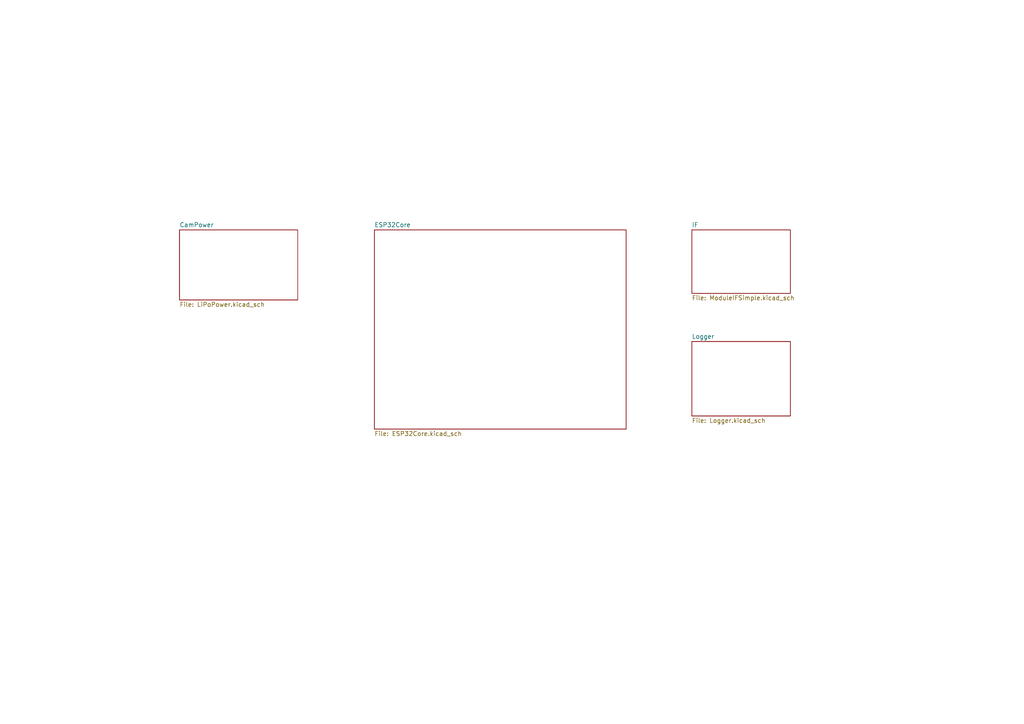
<source format=kicad_sch>
(kicad_sch
	(version 20231120)
	(generator "eeschema")
	(generator_version "8.0")
	(uuid "57773364-f25c-46b7-83c2-7d033b04af1f")
	(paper "A4")
	(lib_symbols)
	(sheet
		(at 200.66 99.06)
		(size 28.575 21.59)
		(fields_autoplaced yes)
		(stroke
			(width 0.1524)
			(type solid)
		)
		(fill
			(color 0 0 0 0.0000)
		)
		(uuid "00fb63e5-246a-4761-9349-f9b9c95314b5")
		(property "Sheetname" "Logger"
			(at 200.66 98.3484 0)
			(effects
				(font
					(size 1.27 1.27)
				)
				(justify left bottom)
			)
		)
		(property "Sheetfile" "Logger.kicad_sch"
			(at 200.66 121.2346 0)
			(effects
				(font
					(size 1.27 1.27)
				)
				(justify left top)
			)
		)
		(instances
			(project "CanSat.CAM"
				(path "/57773364-f25c-46b7-83c2-7d033b04af1f"
					(page "4")
				)
			)
		)
	)
	(sheet
		(at 52.07 66.675)
		(size 34.29 20.32)
		(fields_autoplaced yes)
		(stroke
			(width 0.1524)
			(type solid)
		)
		(fill
			(color 0 0 0 0.0000)
		)
		(uuid "8ee31bb2-db3d-42fe-9779-8fc5ffaecb9b")
		(property "Sheetname" "CamPower"
			(at 52.07 65.9634 0)
			(effects
				(font
					(size 1.27 1.27)
				)
				(justify left bottom)
			)
		)
		(property "Sheetfile" "LiPoPower.kicad_sch"
			(at 52.07 87.5796 0)
			(effects
				(font
					(size 1.27 1.27)
				)
				(justify left top)
			)
		)
		(instances
			(project "CanSat.CAM"
				(path "/57773364-f25c-46b7-83c2-7d033b04af1f"
					(page "5")
				)
			)
		)
	)
	(sheet
		(at 200.66 66.675)
		(size 28.575 18.415)
		(fields_autoplaced yes)
		(stroke
			(width 0.1524)
			(type solid)
		)
		(fill
			(color 0 0 0 0.0000)
		)
		(uuid "94fba69f-14e7-4495-a088-ca24777ae032")
		(property "Sheetname" "IF"
			(at 200.66 65.9634 0)
			(effects
				(font
					(size 1.27 1.27)
				)
				(justify left bottom)
			)
		)
		(property "Sheetfile" "ModuleIFSimple.kicad_sch"
			(at 200.66 85.6746 0)
			(effects
				(font
					(size 1.27 1.27)
				)
				(justify left top)
			)
		)
		(instances
			(project "CanSat.CAM"
				(path "/57773364-f25c-46b7-83c2-7d033b04af1f"
					(page "3")
				)
			)
		)
	)
	(sheet
		(at 108.585 66.675)
		(size 73.025 57.785)
		(fields_autoplaced yes)
		(stroke
			(width 0.1524)
			(type solid)
		)
		(fill
			(color 0 0 0 0.0000)
		)
		(uuid "d5e3ec2d-566a-4eef-bd2d-b4a7bfdbcf66")
		(property "Sheetname" "ESP32Core"
			(at 108.585 65.9634 0)
			(effects
				(font
					(size 1.27 1.27)
				)
				(justify left bottom)
			)
		)
		(property "Sheetfile" "ESP32Core.kicad_sch"
			(at 108.585 125.0446 0)
			(effects
				(font
					(size 1.27 1.27)
				)
				(justify left top)
			)
		)
		(instances
			(project "CanSat.CAM"
				(path "/57773364-f25c-46b7-83c2-7d033b04af1f"
					(page "2")
				)
			)
		)
	)
	(sheet_instances
		(path "/"
			(page "1")
		)
	)
)

</source>
